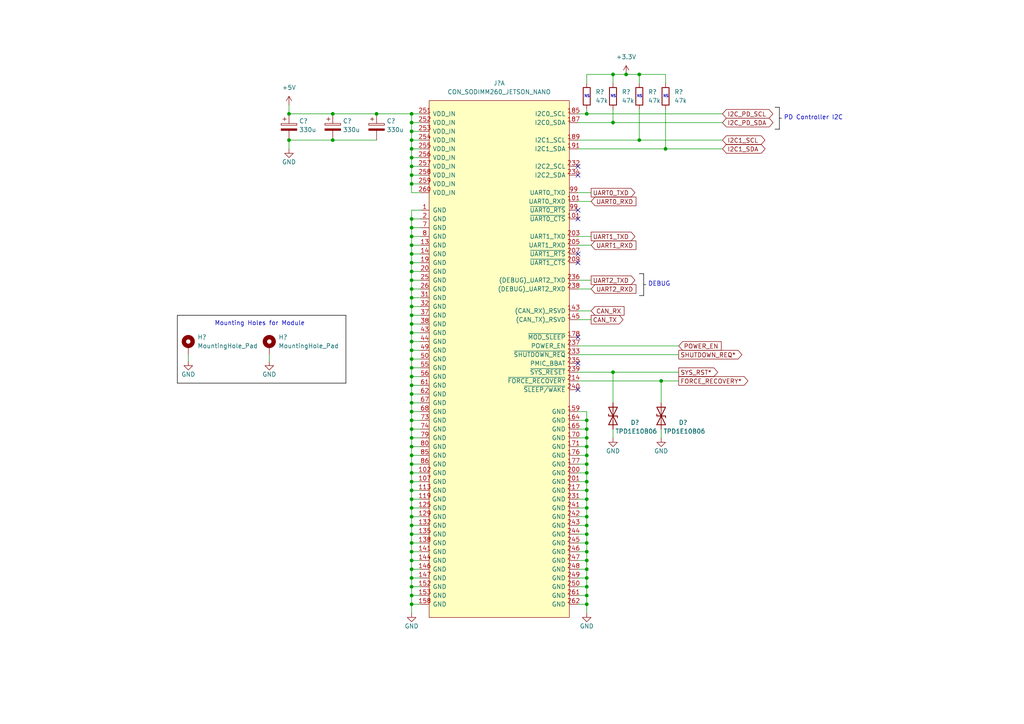
<source format=kicad_sch>
(kicad_sch (version 20211123) (generator eeschema)
  (paper "A4")
  (title_block (title "SODIMM Connector 1/3") (date "2022-09-18") (rev "1.0"))
  (lib_symbols
    (symbol "Device:C_Polarized" (pin_numbers hide) (pin_names (offset 0.254))
      (property "Reference" "C" (at 0.635 2.54 0))
      (property "Value" "C_Polarized" (at 0.635 -2.54 0))
      (symbol "C_Polarized_0_1"
        (rectangle (start -2.286 0.508) (end 2.286 1.016))
        (polyline (pts (xy -1.778 2.286) (xy -0.762 2.286)))
        (polyline (pts (xy -1.27 2.794) (xy -1.27 1.778)))
        (rectangle (start 2.286 -0.508) (end -2.286 -1.016) (fill (type outline)))
      )
      (symbol "C_Polarized_1_1"
        (pin passive line (at 0 3.81 270) (length 2.794) (name "~") (number "1"))
        (pin passive line (at 0 -3.81 90) (length 2.794) (name "~") (number "2"))
      )
    )
    (symbol "Device:D_TVS" (pin_numbers hide) (pin_names (offset 1.016) hide)
      (property "Reference" "D" (at 0 2.54 0))
      (property "Value" "D_TVS" (at 0 -2.54 0))
      (symbol "D_TVS_0_1"
        (polyline (pts (xy 1.27 0) (xy -1.27 0)))
        (polyline (pts (xy 0.508 1.27) (xy 0 1.27) (xy 0 -1.27) (xy -0.508 -1.27)) (stroke (width 0.254)))
        (polyline (pts (xy -2.54 1.27) (xy -2.54 -1.27) (xy 2.54 1.27) (xy 2.54 -1.27) (xy -2.54 1.27)) (stroke (width 0.254)))
      )
      (symbol "D_TVS_1_1"
        (pin passive line (at -3.81 0 0) (length 2.54) (name "A1") (number "1"))
        (pin passive line (at 3.81 0 180) (length 2.54) (name "A2") (number "2"))
      )
    )
    (symbol "Device:R" (pin_numbers hide) (pin_names (offset 0))
      (property "Reference" "R" (at 2.032 0 90))
      (property "Value" "R" (at 0 0 90))
      (symbol "R_0_1"
        (rectangle (start -1.016 -2.54) (end 1.016 2.54) (stroke (width 0.254)))
      )
      (symbol "R_1_1"
        (pin passive line (at 0 3.81 270) (length 1.27) (name "~") (number "1"))
        (pin passive line (at 0 -3.81 90) (length 1.27) (name "~") (number "2"))
      )
    )
    (symbol "Mechanical:MountingHole_Pad" (pin_numbers hide) (pin_names (offset 1.016) hide)
      (property "Reference" "H" (at 0 6.35 0))
      (property "Value" "MountingHole_Pad" (at 0 4.445 0))
      (symbol "MountingHole_Pad_0_1"
        (circle (center 0 1.27) (radius 1.27) (stroke (width 1.27)))
      )
      (symbol "MountingHole_Pad_1_1"
        (pin input line (at 0 -2.54 90) (length 2.54) (name "1") (number "1"))
      )
    )
    (symbol "SODIMM_Connector:CON_SODIMM260_JETSON_NANO" (pin_names (offset 1.016))
      (property "Reference" "J" (at 0 59.69 0))
      (property "Value" "CON_SODIMM260_JETSON_NANO" (at 0 55.88 0))
      (symbol "CON_SODIMM260_JETSON_NANO_1_1"
        (rectangle (start -20.32 73.66) (end 20.32 -76.2) (fill (type background)))
        (pin power_in line (at -22.86 41.91 0) (length 2.54) (name "GND") (number "1"))
        (pin input line (at 22.86 44.45 180) (length 2.54) (name "UART0_RXD") (number "101"))
        (pin input line (at 22.86 39.37 180) (length 2.54) (name "~{UART0_CTS}") (number "101"))
        (pin power_in line (at -22.86 -34.29 0) (length 2.54) (name "GND") (number "102"))
        (pin power_in line (at -22.86 -36.83 0) (length 2.54) (name "GND") (number "107"))
        (pin power_in line (at -22.86 -39.37 0) (length 2.54) (name "GND") (number "113"))
        (pin power_in line (at -22.86 -41.91 0) (length 2.54) (name "GND") (number "119"))
        (pin power_in line (at -22.86 -44.45 0) (length 2.54) (name "GND") (number "125"))
        (pin power_in line (at -22.86 -46.99 0) (length 2.54) (name "GND") (number "129"))
        (pin power_in line (at -22.86 31.75 0) (length 2.54) (name "GND") (number "13"))
        (pin power_in line (at -22.86 -49.53 0) (length 2.54) (name "GND") (number "132"))
        (pin power_in line (at -22.86 -52.07 0) (length 2.54) (name "GND") (number "135"))
        (pin power_in line (at -22.86 -54.61 0) (length 2.54) (name "GND") (number "138"))
        (pin power_in line (at -22.86 29.21 0) (length 2.54) (name "GND") (number "14"))
        (pin power_in line (at -22.86 -57.15 0) (length 2.54) (name "GND") (number "141"))
        (pin input line (at 22.86 12.7 180) (length 2.54) (name "(CAN_RX)_RSVD") (number "143"))
        (pin power_in line (at -22.86 -59.69 0) (length 2.54) (name "GND") (number "144"))
        (pin output line (at 22.86 10.16 180) (length 2.54) (name "(CAN_TX)_RSVD") (number "145"))
        (pin power_in line (at -22.86 -62.23 0) (length 2.54) (name "GND") (number "146"))
        (pin power_in line (at -22.86 -64.77 0) (length 2.54) (name "GND") (number "147"))
        (pin power_in line (at -22.86 -67.31 0) (length 2.54) (name "GND") (number "152"))
        (pin power_in line (at -22.86 -69.85 0) (length 2.54) (name "GND") (number "153"))
        (pin power_in line (at -22.86 -72.39 0) (length 2.54) (name "GND") (number "158"))
        (pin power_in line (at 22.86 -16.51 180) (length 2.54) (name "GND") (number "159"))
        (pin power_in line (at 22.86 -19.05 180) (length 2.54) (name "GND") (number "164"))
        (pin power_in line (at 22.86 -21.59 180) (length 2.54) (name "GND") (number "165"))
        (pin power_in line (at 22.86 -24.13 180) (length 2.54) (name "GND") (number "170"))
        (pin power_in line (at 22.86 -26.67 180) (length 2.54) (name "GND") (number "171"))
        (pin power_in line (at 22.86 -29.21 180) (length 2.54) (name "GND") (number "176"))
        (pin power_in line (at 22.86 -31.75 180) (length 2.54) (name "GND") (number "177"))
        (pin output line (at 22.86 5.08 180) (length 2.54) (name "~{MOD_SLEEP}") (number "178"))
        (pin bidirectional line (at 22.86 69.85 180) (length 2.54) (name "I2C0_SCL") (number "185"))
        (pin bidirectional line (at 22.86 67.31 180) (length 2.54) (name "I2C0_SDA") (number "187"))
        (pin bidirectional line (at 22.86 62.23 180) (length 2.54) (name "I2C1_SCL") (number "189"))
        (pin power_in line (at -22.86 26.67 0) (length 2.54) (name "GND") (number "19"))
        (pin bidirectional line (at 22.86 59.69 180) (length 2.54) (name "I2C1_SDA") (number "191"))
        (pin power_in line (at -22.86 39.37 0) (length 2.54) (name "GND") (number "2"))
        (pin power_in line (at -22.86 24.13 0) (length 2.54) (name "GND") (number "20"))
        (pin power_in line (at 22.86 -34.29 180) (length 2.54) (name "GND") (number "200"))
        (pin power_in line (at 22.86 -36.83 180) (length 2.54) (name "GND") (number "201"))
        (pin output line (at 22.86 34.29 180) (length 2.54) (name "UART1_TXD") (number "203"))
        (pin input line (at 22.86 31.75 180) (length 2.54) (name "UART1_RXD") (number "205"))
        (pin output line (at 22.86 29.21 180) (length 2.54) (name "~{UART1_RTS}") (number "207"))
        (pin input line (at 22.86 26.67 180) (length 2.54) (name "~{UART1_CTS}") (number "209"))
        (pin input line (at 22.86 -7.62 180) (length 2.54) (name "~{FORCE_RECOVERY}") (number "214"))
        (pin power_in line (at 22.86 -39.37 180) (length 2.54) (name "GND") (number "217"))
        (pin power_in line (at 22.86 -41.91 180) (length 2.54) (name "GND") (number "231"))
        (pin bidirectional line (at 22.86 54.61 180) (length 2.54) (name "I2C2_SCL") (number "232"))
        (pin output line (at 22.86 0 180) (length 2.54) (name "~{SHUTDOWN_REQ}") (number "233"))
        (pin bidirectional line (at 22.86 52.07 180) (length 2.54) (name "I2C2_SDA") (number "234"))
        (pin input line (at 22.86 -2.54 180) (length 2.54) (name "PMIC_BBAT") (number "235"))
        (pin output line (at 22.86 21.59 180) (length 2.54) (name "(DEBUG)_UART2_TXD") (number "236"))
        (pin input line (at 22.86 2.54 180) (length 2.54) (name "POWER_EN") (number "237"))
        (pin input line (at 22.86 19.05 180) (length 2.54) (name "(DEBUG)_UART2_RXD") (number "238"))
        (pin bidirectional line (at 22.86 -5.08 180) (length 2.54) (name "~{SYS_RESET}") (number "239"))
        (pin input line (at 22.86 -10.16 180) (length 2.54) (name "~{SLEEP/WAKE}") (number "240"))
        (pin power_in line (at 22.86 -44.45 180) (length 2.54) (name "GND") (number "241"))
        (pin power_in line (at 22.86 -46.99 180) (length 2.54) (name "GND") (number "242"))
        (pin power_in line (at 22.86 -49.53 180) (length 2.54) (name "GND") (number "243"))
        (pin power_in line (at 22.86 -52.07 180) (length 2.54) (name "GND") (number "244"))
        (pin power_in line (at 22.86 -54.61 180) (length 2.54) (name "GND") (number "245"))
        (pin power_in line (at 22.86 -57.15 180) (length 2.54) (name "GND") (number "246"))
        (pin power_in line (at 22.86 -59.69 180) (length 2.54) (name "GND") (number "247"))
        (pin power_in line (at 22.86 -62.23 180) (length 2.54) (name "GND") (number "248"))
        (pin power_in line (at 22.86 -64.77 180) (length 2.54) (name "GND") (number "249"))
        (pin power_in line (at -22.86 21.59 0) (length 2.54) (name "GND") (number "25"))
        (pin power_in line (at 22.86 -67.31 180) (length 2.54) (name "GND") (number "250"))
        (pin power_in line (at -22.86 69.85 0) (length 2.54) (name "VDD_IN") (number "251"))
        (pin power_in line (at -22.86 67.31 0) (length 2.54) (name "VDD_IN") (number "252"))
        (pin power_in line (at -22.86 64.77 0) (length 2.54) (name "VDD_IN") (number "253"))
        (pin power_in line (at -22.86 62.23 0) (length 2.54) (name "VDD_IN") (number "254"))
        (pin power_in line (at -22.86 59.69 0) (length 2.54) (name "VDD_IN") (number "255"))
        (pin power_in line (at -22.86 57.15 0) (length 2.54) (name "VDD_IN") (number "256"))
        (pin power_in line (at -22.86 54.61 0) (length 2.54) (name "VDD_IN") (number "257"))
        (pin power_in line (at -22.86 52.07 0) (length 2.54) (name "VDD_IN") (number "258"))
        (pin power_in line (at -22.86 49.53 0) (length 2.54) (name "VDD_IN") (number "259"))
        (pin power_in line (at -22.86 19.05 0) (length 2.54) (name "GND") (number "26"))
        (pin power_in line (at -22.86 46.99 0) (length 2.54) (name "VDD_IN") (number "260"))
        (pin power_in line (at 22.86 -69.85 180) (length 2.54) (name "GND") (number "261"))
        (pin power_in line (at 22.86 -72.39 180) (length 2.54) (name "GND") (number "262"))
        (pin power_in line (at -22.86 16.51 0) (length 2.54) (name "GND") (number "31"))
        (pin power_in line (at -22.86 13.97 0) (length 2.54) (name "GND") (number "32"))
        (pin power_in line (at -22.86 11.43 0) (length 2.54) (name "GND") (number "37"))
        (pin power_in line (at -22.86 8.89 0) (length 2.54) (name "GND") (number "38"))
        (pin power_in line (at -22.86 6.35 0) (length 2.54) (name "GND") (number "43"))
        (pin power_in line (at -22.86 3.81 0) (length 2.54) (name "GND") (number "44"))
        (pin power_in line (at -22.86 1.27 0) (length 2.54) (name "GND") (number "49"))
        (pin power_in line (at -22.86 -1.27 0) (length 2.54) (name "GND") (number "50"))
        (pin power_in line (at -22.86 -3.81 0) (length 2.54) (name "GND") (number "55"))
        (pin power_in line (at -22.86 -6.35 0) (length 2.54) (name "GND") (number "56"))
        (pin power_in line (at -22.86 -8.89 0) (length 2.54) (name "GND") (number "61"))
        (pin power_in line (at -22.86 -11.43 0) (length 2.54) (name "GND") (number "62"))
        (pin power_in line (at -22.86 -13.97 0) (length 2.54) (name "GND") (number "67"))
        (pin power_in line (at -22.86 -16.51 0) (length 2.54) (name "GND") (number "68"))
        (pin power_in line (at -22.86 36.83 0) (length 2.54) (name "GND") (number "7"))
        (pin power_in line (at -22.86 -19.05 0) (length 2.54) (name "GND") (number "73"))
        (pin power_in line (at -22.86 -21.59 0) (length 2.54) (name "GND") (number "74"))
        (pin power_in line (at -22.86 -24.13 0) (length 2.54) (name "GND") (number "79"))
        (pin power_in line (at -22.86 34.29 0) (length 2.54) (name "GND") (number "8"))
        (pin power_in line (at -22.86 -26.67 0) (length 2.54) (name "GND") (number "80"))
        (pin power_in line (at -22.86 -29.21 0) (length 2.54) (name "GND") (number "85"))
        (pin power_in line (at -22.86 -31.75 0) (length 2.54) (name "GND") (number "86"))
        (pin output line (at 22.86 46.99 180) (length 2.54) (name "UART0_TXD") (number "99"))
        (pin output line (at 22.86 41.91 180) (length 2.54) (name "~{UART0_RTS}") (number "99"))
      )
      (symbol "CON_SODIMM260_JETSON_NANO_2_1"
        (rectangle (start -24.13 71.12) (end 24.13 -71.12))
        (pin bidirectional line (at 26.67 54.61 180) (length 2.54) (name "~{CSI0_CLK}") (number "10"))
        (pin bidirectional line (at 26.67 -62.23 180) (length 2.54) (name "SPI1_MOSI") (number "104"))
        (pin bidirectional line (at 26.67 -57.15 180) (length 2.54) (name "SPI1_SCK") (number "106"))
        (pin bidirectional line (at 26.67 -59.69 180) (length 2.54) (name "SPI1_MISO") (number "108"))
        (pin bidirectional line (at -26.67 64.77 0) (length 2.54) (name "~{USB0_D}") (number "109"))
        (pin bidirectional line (at 26.67 40.64 180) (length 2.54) (name "CSI1_CLK(RSVD)") (number "11"))
        (pin bidirectional line (at 26.67 -64.77 180) (length 2.54) (name "~{SPI1_CS0}") (number "110"))
        (pin bidirectional line (at -26.67 67.31 0) (length 2.54) (name "USB0_D") (number "111"))
        (pin bidirectional line (at 26.67 -67.31 180) (length 2.54) (name "~{SPI1_CS1}") (number "112"))
        (pin bidirectional line (at 26.67 -27.94 180) (length 2.54) (name "CAM0_PWDN") (number "114"))
        (pin bidirectional line (at -26.67 58.42 0) (length 2.54) (name "~{USB1_D}") (number "115"))
        (pin bidirectional line (at 26.67 -25.4 180) (length 2.54) (name "CAM0_MCLK") (number "116"))
        (pin bidirectional line (at -26.67 60.96 0) (length 2.54) (name "USB1_D") (number "117"))
        (pin output line (at -26.67 -34.29 0) (length 2.54) (name "GPIO01(CLK)") (number "118"))
        (pin bidirectional line (at 26.67 57.15 180) (length 2.54) (name "CSI0_CLK") (number "12"))
        (pin bidirectional line (at 26.67 -33.02 180) (length 2.54) (name "CAM1_PWDN") (number "120"))
        (pin bidirectional line (at -26.67 52.07 0) (length 2.54) (name "~{USB2_D}") (number "121"))
        (pin bidirectional line (at 26.67 -30.48 180) (length 2.54) (name "CAM1_MCLK") (number "122"))
        (pin bidirectional line (at -26.67 54.61 0) (length 2.54) (name "USB2_D") (number "123"))
        (pin bidirectional line (at -26.67 -36.83 0) (length 2.54) (name "GPIO02") (number "124"))
        (pin bidirectional line (at -26.67 -39.37 0) (length 2.54) (name "GPIO03") (number "126"))
        (pin bidirectional line (at -26.67 -41.91 0) (length 2.54) (name "GPIO04") (number "127"))
        (pin bidirectional line (at -26.67 -44.45 0) (length 2.54) (name "GPIO05") (number "128"))
        (pin bidirectional line (at -26.67 -46.99 0) (length 2.54) (name "GPIO06") (number "130"))
        (pin bidirectional line (at 26.67 43.18 180) (length 2.54) (name "~{CSI1_D1}") (number "15"))
        (pin bidirectional line (at 26.67 59.69 180) (length 2.54) (name "~{CSI0_D1}") (number "16"))
        (pin bidirectional line (at 26.67 45.72 180) (length 2.54) (name "CSI1_D1") (number "17"))
        (pin bidirectional line (at 26.67 62.23 180) (length 2.54) (name "CSI0_D1") (number "18"))
        (pin bidirectional line (at -26.67 16.51 0) (length 2.54) (name "~{GBE_MDI0}") (number "184"))
        (pin bidirectional line (at -26.67 19.05 0) (length 2.54) (name "GBE_MDI0") (number "186"))
        (pin output line (at -26.67 24.13 0) (length 2.54) (name "GBE_LED_LINK") (number "188"))
        (pin bidirectional line (at -26.67 11.43 0) (length 2.54) (name "~{GBE_MDI1}") (number "190"))
        (pin bidirectional line (at -26.67 13.97 0) (length 2.54) (name "GBE_MDI1") (number "192"))
        (pin output line (at -26.67 48.26 0) (length 2.54) (name "I2S0_DOUT") (number "193"))
        (pin output line (at -26.67 21.59 0) (length 2.54) (name "GBE_LED_ACT") (number "194"))
        (pin input line (at -26.67 45.72 0) (length 2.54) (name "I2S0_DIN") (number "195"))
        (pin bidirectional line (at -26.67 6.35 0) (length 2.54) (name "~{GBE_MDI2}") (number "196"))
        (pin bidirectional line (at -26.67 43.18 0) (length 2.54) (name "I2S0_FS") (number "197"))
        (pin bidirectional line (at -26.67 8.89 0) (length 2.54) (name "GBE_MDI2") (number "198"))
        (pin bidirectional line (at -26.67 40.64 0) (length 2.54) (name "I2S0_SCLK") (number "199"))
        (pin bidirectional line (at -26.67 1.27 0) (length 2.54) (name "~{GBE_MDI3}") (number "202"))
        (pin bidirectional line (at -26.67 3.81 0) (length 2.54) (name "GBE_MDI3") (number "204"))
        (pin bidirectional line (at -26.67 -49.53 0) (length 2.54) (name "GPIO07(PWM)") (number "206"))
        (pin bidirectional line (at -26.67 -52.07 0) (length 2.54) (name "GPIO08(SDMMC_CD)") (number "208"))
        (pin bidirectional line (at 26.67 15.24 180) (length 2.54) (name "~{CSI3_D0}") (number "21"))
        (pin bidirectional line (at -26.67 -54.61 0) (length 2.54) (name "GPIO09(AUD_MCLK)") (number "211"))
        (pin bidirectional line (at -26.67 -57.15 0) (length 2.54) (name "GPIO10") (number "212"))
        (pin bidirectional line (at 26.67 -36.83 180) (length 2.54) (name "CAM_I2C_SCL") (number "213"))
        (pin bidirectional line (at 26.67 -39.37 180) (length 2.54) (name "CAM_I2C_SDA") (number "215"))
        (pin bidirectional line (at -26.67 -59.69 0) (length 2.54) (name "GPIO11(CLK)") (number "216"))
        (pin bidirectional line (at -26.67 -62.23 0) (length 2.54) (name "GPIO12") (number "218"))
        (pin bidirectional line (at -26.67 -3.81 0) (length 2.54) (name "SDMMC_DAT0") (number "219"))
        (pin bidirectional line (at 26.67 31.75 180) (length 2.54) (name "~{CSI2_D0}") (number "22"))
        (pin output line (at -26.67 36.83 0) (length 2.54) (name "I2S1_DOUT") (number "220"))
        (pin bidirectional line (at -26.67 -6.35 0) (length 2.54) (name "SDMMC_DAT1") (number "221"))
        (pin input line (at -26.67 34.29 0) (length 2.54) (name "I2S1_DIN") (number "222"))
        (pin bidirectional line (at -26.67 -8.89 0) (length 2.54) (name "SDMMC_DAT2") (number "223"))
        (pin bidirectional line (at -26.67 31.75 0) (length 2.54) (name "I2S1_FS") (number "224"))
        (pin bidirectional line (at -26.67 -11.43 0) (length 2.54) (name "SDMMC_DAT3") (number "225"))
        (pin bidirectional line (at -26.67 29.21 0) (length 2.54) (name "I2S1_SCLK") (number "226"))
        (pin bidirectional line (at -26.67 -13.97 0) (length 2.54) (name "SDMMC_CMD") (number "227"))
        (pin bidirectional line (at -26.67 -64.77 0) (length 2.54) (name "GPIO13(PWM)") (number "228"))
        (pin bidirectional line (at -26.67 -16.51 0) (length 2.54) (name "SDMMC_CLK") (number "229"))
        (pin bidirectional line (at 26.67 17.78 180) (length 2.54) (name "CSI3_D0") (number "23"))
        (pin bidirectional line (at -26.67 -67.31 0) (length 2.54) (name "GPIO14(PWM)") (number "230"))
        (pin bidirectional line (at 26.67 34.29 180) (length 2.54) (name "CSI2_D0") (number "24"))
        (pin bidirectional line (at 26.67 5.08 180) (length 2.54) (name "~{CSI3_CLK}") (number "27"))
        (pin bidirectional line (at 26.67 21.59 180) (length 2.54) (name "~{CSI2_CLK}") (number "28"))
        (pin bidirectional line (at 26.67 7.62 180) (length 2.54) (name "CSI3_CLK") (number "29"))
        (pin bidirectional line (at 26.67 48.26 180) (length 2.54) (name "~{CSI1_D0}") (number "3"))
        (pin bidirectional line (at 26.67 24.13 180) (length 2.54) (name "CSI2_CLK") (number "30"))
        (pin bidirectional line (at 26.67 10.16 180) (length 2.54) (name "~{CSI3_D1}") (number "33"))
        (pin bidirectional line (at 26.67 26.67 180) (length 2.54) (name "~{CSI2_D1}") (number "34"))
        (pin bidirectional line (at 26.67 12.7 180) (length 2.54) (name "CSI3_D1") (number "35"))
        (pin bidirectional line (at 26.67 29.21 180) (length 2.54) (name "CSI2_D1") (number "36"))
        (pin bidirectional line (at 26.67 64.77 180) (length 2.54) (name "~{CSI0_D0}") (number "4"))
        (pin bidirectional line (at 26.67 -1.27 180) (length 2.54) (name "~{CSI4_D2}") (number "40"))
        (pin bidirectional line (at 26.67 1.27 180) (length 2.54) (name "CSI4_D2") (number "42"))
        (pin bidirectional line (at 26.67 -6.35 180) (length 2.54) (name "~{CSI4_D0}") (number "46"))
        (pin bidirectional line (at 26.67 -3.81 180) (length 2.54) (name "CSI4_D0") (number "48"))
        (pin bidirectional line (at 26.67 50.8 180) (length 2.54) (name "CSI1_D0") (number "5"))
        (pin bidirectional line (at 26.67 -11.43 180) (length 2.54) (name "~{CSI4_CLK}") (number "52"))
        (pin bidirectional line (at 26.67 -8.89 180) (length 2.54) (name "CSI4_CLK") (number "54"))
        (pin bidirectional line (at 26.67 -16.51 180) (length 2.54) (name "~{CSI4_D1}") (number "58"))
        (pin bidirectional line (at 26.67 67.31 180) (length 2.54) (name "CSI0_D0") (number "6"))
        (pin bidirectional line (at 26.67 -13.97 180) (length 2.54) (name "CSI4_D1") (number "60"))
        (pin bidirectional line (at 26.67 -21.59 180) (length 2.54) (name "~{CSI4_D3}") (number "64"))
        (pin bidirectional line (at 26.67 -19.05 180) (length 2.54) (name "CSI4_D3") (number "66"))
        (pin output line (at -26.67 -31.75 0) (length 2.54) (name "GPIO00(USB_VBUS_EN0)") (number "87"))
        (pin bidirectional line (at 26.67 -48.26 180) (length 2.54) (name "SPI0_MOSI") (number "89"))
        (pin bidirectional line (at 26.67 38.1 180) (length 2.54) (name "~{CSI1_CLK(RSVD})") (number "9"))
        (pin bidirectional line (at 26.67 -43.18 180) (length 2.54) (name "SPI0_SCK") (number "91"))
        (pin bidirectional line (at 26.67 -45.72 180) (length 2.54) (name "SPI0_MISO") (number "93"))
        (pin bidirectional line (at 26.67 -50.8 180) (length 2.54) (name "~{SPI0_CS0}") (number "95"))
        (pin bidirectional line (at 26.67 -53.34 180) (length 2.54) (name "~{SPI0_CS1}") (number "97"))
      )
      (symbol "CON_SODIMM260_JETSON_NANO_3_1"
        (rectangle (start -31.75 53.34) (end 31.75 -52.07))
        (pin bidirectional line (at -34.29 -21.59 0) (length 2.54) (name "DP1_AUX_P(HDMI_DDC_SCL)") (number "100"))
        (pin bidirectional line (at 34.29 22.86 180) (length 2.54) (name "~{PCIE0_RX0}") (number "131"))
        (pin bidirectional line (at 34.29 25.4 180) (length 2.54) (name "PCIE0_RX0") (number "133"))
        (pin bidirectional line (at 34.29 27.94 180) (length 2.54) (name "~{PCIE0_TX0}") (number "134"))
        (pin bidirectional line (at 34.29 30.48 180) (length 2.54) (name "PCIE0_TX0") (number "136"))
        (pin bidirectional line (at 34.29 11.43 180) (length 2.54) (name "~{PCIE0_RX1}") (number "137"))
        (pin bidirectional line (at 34.29 13.97 180) (length 2.54) (name "PCIE0_RX1") (number "139"))
        (pin bidirectional line (at 34.29 16.51 180) (length 2.54) (name "~{PCIE0_TX1}") (number "140"))
        (pin bidirectional line (at 34.29 19.05 180) (length 2.54) (name "PCIE0_TX1") (number "142"))
        (pin bidirectional line (at 34.29 5.08 180) (length 2.54) (name "~{PCIE0_TX2}") (number "148"))
        (pin bidirectional line (at 34.29 0 180) (length 2.54) (name "~{PCIE0_RX2}") (number "149"))
        (pin bidirectional line (at 34.29 7.62 180) (length 2.54) (name "PCIE0_TX2") (number "150"))
        (pin bidirectional line (at 34.29 2.54 180) (length 2.54) (name "PCIE0_RX2") (number "151"))
        (pin bidirectional line (at 34.29 -6.35 180) (length 2.54) (name "~{PCIE0_TX3}") (number "154"))
        (pin bidirectional line (at 34.29 -11.43 180) (length 2.54) (name "~{PCIE0_RX3}") (number "155"))
        (pin bidirectional line (at 34.29 -3.81 180) (length 2.54) (name "PCIE0_TX3") (number "156"))
        (pin bidirectional line (at 34.29 -8.89 180) (length 2.54) (name "PCIE0_RX3") (number "157"))
        (pin bidirectional line (at 34.29 34.29 180) (length 2.54) (name "~{PCIE0_CLK}") (number "160"))
        (pin bidirectional line (at 34.29 -22.86 180) (length 2.54) (name "~{USBSS_RX}") (number "161"))
        (pin bidirectional line (at 34.29 36.83 180) (length 2.54) (name "PCIE0_CLK") (number "162"))
        (pin bidirectional line (at 34.29 -20.32 180) (length 2.54) (name "USBSS_RX") (number "163"))
        (pin bidirectional line (at 34.29 -17.78 180) (length 2.54) (name "~{USBSS_TX}") (number "166"))
        (pin bidirectional line (at 34.29 -48.26 180) (length 2.54) (name "~{(PCIE1_TX0})RSVD") (number "167"))
        (pin bidirectional line (at 34.29 -15.24 180) (length 2.54) (name "USBSS_TX") (number "168"))
        (pin bidirectional line (at 34.29 -45.72 180) (length 2.54) (name "(PCIE1_RX0)RSVD") (number "169"))
        (pin bidirectional line (at 34.29 -43.18 180) (length 2.54) (name "~{(PCIE1_TX0})RSVD") (number "172"))
        (pin bidirectional line (at 34.29 -36.83 180) (length 2.54) (name "~{(PCIE1_CLK})RSVD") (number "173"))
        (pin bidirectional line (at 34.29 -40.64 180) (length 2.54) (name "(PCIE1_TX0)RSVD") (number "174"))
        (pin bidirectional line (at 34.29 -34.29 180) (length 2.54) (name "(PCIE1_CLK)RSVD") (number "175"))
        (pin bidirectional line (at 34.29 48.26 180) (length 2.54) (name "~{PCIE_WAKE}") (number "179"))
        (pin bidirectional line (at 34.29 40.64 180) (length 2.54) (name "~{PCIE0_CLKREQ}") (number "180"))
        (pin bidirectional line (at 34.29 44.45 180) (length 2.54) (name "~{PCIE0_RST}") (number "181"))
        (pin bidirectional line (at 34.29 -30.48 180) (length 2.54) (name "~{(PCIE1_CLKREQ})RSVD") (number "182"))
        (pin bidirectional line (at 34.29 -26.67 180) (length 2.54) (name "~{(PCIE1_RST})RSVD") (number "183"))
        (pin bidirectional line (at -34.29 -48.26 0) (length 2.54) (name "CLK_32K_OUT") (number "210"))
        (pin bidirectional line (at -34.29 29.21 0) (length 2.54) (name "~{DP0_TXD0}") (number "39"))
        (pin bidirectional line (at -34.29 31.75 0) (length 2.54) (name "DP0_TXD0") (number "41"))
        (pin bidirectional line (at -34.29 24.13 0) (length 2.54) (name "~{DP0_TXD1}") (number "45"))
        (pin bidirectional line (at -34.29 26.67 0) (length 2.54) (name "DP0_TXD1") (number "47"))
        (pin bidirectional line (at -34.29 19.05 0) (length 2.54) (name "~{DP0_TXD2}") (number "51"))
        (pin bidirectional line (at -34.29 21.59 0) (length 2.54) (name "DP0_TXD2") (number "53"))
        (pin bidirectional line (at -34.29 13.97 0) (length 2.54) (name "~{DP0_TXD3}") (number "57"))
        (pin bidirectional line (at -34.29 16.51 0) (length 2.54) (name "DP0_TXD3") (number "59"))
        (pin bidirectional line (at -34.29 -2.54 0) (length 2.54) (name "~{DP1_TXD0(HDMI_TXD2})") (number "63"))
        (pin bidirectional line (at -34.29 0 0) (length 2.54) (name "DP1_TXD0(HDMI_TXD2)") (number "65"))
        (pin bidirectional line (at -34.29 -7.62 0) (length 2.54) (name "~{DP1_TXD1(HDMI_TXD1})") (number "69"))
        (pin bidirectional line (at -34.29 46.99 0) (length 2.54) (name "~{DSI_D0}") (number "70"))
        (pin bidirectional line (at -34.29 -5.08 0) (length 2.54) (name "DP1_TXD1(HDMI_TXD1)") (number "71"))
        (pin bidirectional line (at -34.29 49.53 0) (length 2.54) (name "DSI_D0") (number "72"))
        (pin bidirectional line (at -34.29 -12.7 0) (length 2.54) (name "~{DP1_TXD2(HDMI_TXD0})") (number "75"))
        (pin bidirectional line (at -34.29 36.83 0) (length 2.54) (name "~{DSI_CLK}") (number "76"))
        (pin bidirectional line (at -34.29 -10.16 0) (length 2.54) (name "DP1_TXD2(HDMI_TXD0)") (number "77"))
        (pin bidirectional line (at -34.29 39.37 0) (length 2.54) (name "DSI_CLK") (number "78"))
        (pin bidirectional line (at -34.29 -17.78 0) (length 2.54) (name "~{DP1_TXD3(HDMI_TXC})") (number "81"))
        (pin bidirectional line (at -34.29 41.91 0) (length 2.54) (name "~{DSI_D1}") (number "82"))
        (pin bidirectional line (at -34.29 -15.24 0) (length 2.54) (name "DP1_TXD3(HDMI_TXC)") (number "83"))
        (pin bidirectional line (at -34.29 44.45 0) (length 2.54) (name "DSI_D1") (number "84"))
        (pin bidirectional line (at -34.29 3.81 0) (length 2.54) (name "DP0_HPD") (number "88"))
        (pin bidirectional line (at -34.29 7.62 0) (length 2.54) (name "~{DP0_AUX}") (number "90"))
        (pin bidirectional line (at -34.29 10.16 0) (length 2.54) (name "DP0_AUX") (number "92"))
        (pin bidirectional line (at -34.29 -30.48 0) (length 2.54) (name "HDMI_CEC") (number "94"))
        (pin bidirectional line (at -34.29 -27.94 0) (length 2.54) (name "DP1_HPD(HDMI_HPD)") (number "96"))
        (pin bidirectional line (at -34.29 -24.13 0) (length 2.54) (name "~{DP1_AUX_N(HDMI_DDC_SDA})") (number "98"))
      )
    )
    (symbol "power:+3.3V" (power) (pin_names (offset 0))
      (property "Value" "+3.3V" (at 0 3.556 0))
      (symbol "+3.3V_0_1"
        (polyline (pts (xy -0.762 1.27) (xy 0 2.54)))
        (polyline (pts (xy 0 0) (xy 0 2.54)))
        (polyline (pts (xy 0 2.54) (xy 0.762 1.27)))
      )
      (symbol "+3.3V_1_1"
        (pin power_in line (at 0 0 90) (length 0) hide (name "+3.3V") (number "1"))
      )
    )
    (symbol "power:+5V" (power) (pin_names (offset 0))
      (property "Value" "+5V" (at 0 3.556 0))
      (symbol "+5V_0_1"
        (polyline (pts (xy -0.762 1.27) (xy 0 2.54)))
        (polyline (pts (xy 0 0) (xy 0 2.54)))
        (polyline (pts (xy 0 2.54) (xy 0.762 1.27)))
      )
      (symbol "+5V_1_1"
        (pin power_in line (at 0 0 90) (length 0) hide (name "+5V") (number "1"))
      )
    )
    (symbol "power:GND" (power) (pin_names (offset 0))
      (property "Value" "GND" (at 0 -3.81 0))
      (symbol "GND_0_1"
        (polyline (pts (xy 0 0) (xy 0 -1.27) (xy 1.27 -1.27) (xy 0 -2.54) (xy -1.27 -1.27) (xy 0 -1.27)))
      )
      (symbol "GND_1_1"
        (pin power_in line (at 0 0 270) (length 0) hide (name "GND") (number "1"))
      )
    )
  )
  (junction (at 119.38 99.06))
  (junction (at 119.38 48.26))
  (junction (at 119.38 68.58))
  (junction (at 170.18 139.7))
  (junction (at 119.38 147.32))
  (junction (at 119.38 81.28))
  (junction (at 170.18 149.86))
  (junction (at 170.18 154.94))
  (junction (at 119.38 139.7))
  (junction (at 191.77 110.49))
  (junction (at 119.38 33.02))
  (junction (at 83.82 40.64))
  (junction (at 119.38 96.52))
  (junction (at 177.8 35.56))
  (junction (at 119.38 93.98))
  (junction (at 119.38 91.44))
  (junction (at 170.18 162.56))
  (junction (at 119.38 76.2))
  (junction (at 119.38 134.62))
  (junction (at 119.38 104.14))
  (junction (at 119.38 50.8))
  (junction (at 83.82 33.02))
  (junction (at 170.18 170.18))
  (junction (at 177.8 107.95))
  (junction (at 119.38 71.12))
  (junction (at 170.18 175.26))
  (junction (at 119.38 45.72))
  (junction (at 170.18 132.08))
  (junction (at 193.04 43.18))
  (junction (at 119.38 63.5))
  (junction (at 119.38 83.82))
  (junction (at 119.38 35.56))
  (junction (at 119.38 165.1))
  (junction (at 119.38 144.78))
  (junction (at 177.8 21.59))
  (junction (at 119.38 172.72))
  (junction (at 119.38 119.38))
  (junction (at 185.42 40.64))
  (junction (at 119.38 78.74))
  (junction (at 119.38 111.76))
  (junction (at 96.52 33.02))
  (junction (at 170.18 142.24))
  (junction (at 109.22 33.02))
  (junction (at 170.18 134.62))
  (junction (at 119.38 157.48))
  (junction (at 170.18 167.64))
  (junction (at 119.38 40.64))
  (junction (at 170.18 165.1))
  (junction (at 170.18 160.02))
  (junction (at 119.38 88.9))
  (junction (at 119.38 38.1))
  (junction (at 119.38 175.26))
  (junction (at 119.38 101.6))
  (junction (at 170.18 144.78))
  (junction (at 96.52 40.64))
  (junction (at 119.38 53.34))
  (junction (at 119.38 162.56))
  (junction (at 170.18 157.48))
  (junction (at 119.38 137.16))
  (junction (at 170.18 147.32))
  (junction (at 119.38 170.18))
  (junction (at 119.38 142.24))
  (junction (at 170.18 121.92))
  (junction (at 119.38 152.4))
  (junction (at 170.18 127))
  (junction (at 170.18 124.46))
  (junction (at 119.38 86.36))
  (junction (at 119.38 73.66))
  (junction (at 119.38 66.04))
  (junction (at 119.38 121.92))
  (junction (at 119.38 149.86))
  (junction (at 181.61 21.59))
  (junction (at 119.38 109.22))
  (junction (at 119.38 43.18))
  (junction (at 119.38 132.08))
  (junction (at 119.38 160.02))
  (junction (at 119.38 167.64))
  (junction (at 119.38 116.84))
  (junction (at 170.18 172.72))
  (junction (at 119.38 106.68))
  (junction (at 170.18 152.4))
  (junction (at 185.42 21.59))
  (junction (at 170.18 33.02))
  (junction (at 170.18 137.16))
  (junction (at 119.38 129.54))
  (junction (at 119.38 114.3))
  (junction (at 119.38 124.46))
  (junction (at 119.38 154.94))
  (junction (at 119.38 127))
  (junction (at 170.18 129.54))
  (no_connect (at 167.64 105.41))
  (no_connect (at 167.64 97.79))
  (no_connect (at 167.64 76.2))
  (no_connect (at 167.64 73.66))
  (no_connect (at 167.64 63.5))
  (no_connect (at 167.64 60.96))
  (no_connect (at 167.64 48.26))
  (no_connect (at 167.64 50.8))
  (no_connect (at 167.64 113.03))
  (wire (pts (xy 119.38 124.46) (xy 119.38 127)))
  (wire (pts (xy 167.64 81.28) (xy 171.45 81.28)))
  (wire (pts (xy 167.64 92.71) (xy 171.45 92.71)))
  (wire (pts (xy 121.92 60.96) (xy 119.38 60.96)))
  (wire (pts (xy 170.18 132.08) (xy 170.18 134.62)))
  (wire (pts (xy 170.18 177.8) (xy 170.18 175.26)))
  (wire (pts (xy 119.38 96.52) (xy 121.92 96.52)))
  (wire (pts (xy 121.92 172.72) (xy 119.38 172.72)))
  (wire (pts (xy 119.38 48.26) (xy 119.38 50.8)))
  (polyline (pts (xy 224.79 37.465) (xy 226.06 37.465)) (stroke (width 0) (type solid) (color 0 0 0 1)))
  (wire (pts (xy 119.38 53.34) (xy 119.38 55.88)))
  (wire (pts (xy 119.38 81.28) (xy 121.92 81.28)))
  (wire (pts (xy 119.38 137.16) (xy 119.38 139.7)))
  (polyline (pts (xy 226.06 37.465) (xy 226.06 31.115)) (stroke (width 0) (type solid) (color 0 0 0 1)))
  (wire (pts (xy 119.38 93.98) (xy 121.92 93.98)))
  (wire (pts (xy 191.77 110.49) (xy 191.77 116.84)))
  (wire (pts (xy 119.38 152.4) (xy 119.38 154.94)))
  (wire (pts (xy 177.8 107.95) (xy 196.85 107.95)))
  (wire (pts (xy 119.38 86.36) (xy 121.92 86.36)))
  (wire (pts (xy 119.38 78.74) (xy 121.92 78.74)))
  (wire (pts (xy 185.42 21.59) (xy 193.04 21.59)))
  (wire (pts (xy 167.64 154.94) (xy 170.18 154.94)))
  (wire (pts (xy 167.64 83.82) (xy 171.45 83.82)))
  (wire (pts (xy 119.38 116.84) (xy 119.38 119.38)))
  (wire (pts (xy 119.38 101.6) (xy 119.38 104.14)))
  (wire (pts (xy 170.18 157.48) (xy 170.18 160.02)))
  (wire (pts (xy 119.38 121.92) (xy 119.38 124.46)))
  (wire (pts (xy 119.38 71.12) (xy 121.92 71.12)))
  (wire (pts (xy 119.38 147.32) (xy 119.38 149.86)))
  (wire (pts (xy 170.18 134.62) (xy 170.18 137.16)))
  (wire (pts (xy 119.38 91.44) (xy 119.38 93.98)))
  (polyline (pts (xy 51.435 91.44) (xy 100.33 91.44)) (stroke (width 0) (type solid) (color 0 0 0 1)))
  (wire (pts (xy 119.38 76.2) (xy 121.92 76.2)))
  (wire (pts (xy 170.18 149.86) (xy 170.18 152.4)))
  (wire (pts (xy 167.64 142.24) (xy 170.18 142.24)))
  (wire (pts (xy 170.18 129.54) (xy 170.18 132.08)))
  (wire (pts (xy 170.18 21.59) (xy 170.18 24.13)))
  (wire (pts (xy 83.82 40.64) (xy 83.82 43.18)))
  (wire (pts (xy 167.64 55.88) (xy 171.45 55.88)))
  (wire (pts (xy 119.38 45.72) (xy 121.92 45.72)))
  (wire (pts (xy 119.38 38.1) (xy 119.38 40.64)))
  (wire (pts (xy 119.38 124.46) (xy 121.92 124.46)))
  (wire (pts (xy 119.38 119.38) (xy 119.38 121.92)))
  (wire (pts (xy 170.18 139.7) (xy 170.18 142.24)))
  (wire (pts (xy 170.18 121.92) (xy 170.18 124.46)))
  (wire (pts (xy 170.18 127) (xy 170.18 129.54)))
  (wire (pts (xy 119.38 96.52) (xy 119.38 99.06)))
  (wire (pts (xy 119.38 35.56) (xy 119.38 38.1)))
  (wire (pts (xy 170.18 172.72) (xy 170.18 175.26)))
  (wire (pts (xy 119.38 154.94) (xy 121.92 154.94)))
  (wire (pts (xy 119.38 134.62) (xy 121.92 134.62)))
  (wire (pts (xy 167.64 121.92) (xy 170.18 121.92)))
  (wire (pts (xy 119.38 43.18) (xy 119.38 45.72)))
  (wire (pts (xy 167.64 40.64) (xy 185.42 40.64)))
  (wire (pts (xy 119.38 40.64) (xy 119.38 43.18)))
  (wire (pts (xy 119.38 99.06) (xy 119.38 101.6)))
  (wire (pts (xy 119.38 83.82) (xy 121.92 83.82)))
  (wire (pts (xy 119.38 106.68) (xy 121.92 106.68)))
  (wire (pts (xy 119.38 35.56) (xy 121.92 35.56)))
  (wire (pts (xy 119.38 132.08) (xy 121.92 132.08)))
  (wire (pts (xy 170.18 175.26) (xy 167.64 175.26)))
  (wire (pts (xy 119.38 157.48) (xy 121.92 157.48)))
  (wire (pts (xy 119.38 45.72) (xy 119.38 48.26)))
  (wire (pts (xy 181.61 21.59) (xy 185.42 21.59)))
  (wire (pts (xy 119.38 144.78) (xy 119.38 147.32)))
  (wire (pts (xy 119.38 147.32) (xy 121.92 147.32)))
  (wire (pts (xy 167.64 137.16) (xy 170.18 137.16)))
  (polyline (pts (xy 226.06 34.29) (xy 226.695 34.29)) (stroke (width 0) (type solid) (color 0 0 0 1)))
  (wire (pts (xy 167.64 71.12) (xy 171.45 71.12)))
  (wire (pts (xy 119.38 53.34) (xy 121.92 53.34)))
  (wire (pts (xy 121.92 175.26) (xy 119.38 175.26)))
  (wire (pts (xy 170.18 147.32) (xy 170.18 149.86)))
  (wire (pts (xy 119.38 160.02) (xy 119.38 162.56)))
  (wire (pts (xy 167.64 162.56) (xy 170.18 162.56)))
  (wire (pts (xy 167.64 167.64) (xy 170.18 167.64)))
  (wire (pts (xy 119.38 88.9) (xy 121.92 88.9)))
  (wire (pts (xy 119.38 119.38) (xy 121.92 119.38)))
  (wire (pts (xy 193.04 21.59) (xy 193.04 24.13)))
  (wire (pts (xy 167.64 172.72) (xy 170.18 172.72)))
  (wire (pts (xy 119.38 83.82) (xy 119.38 86.36)))
  (wire (pts (xy 119.38 149.86) (xy 121.92 149.86)))
  (wire (pts (xy 167.64 149.86) (xy 170.18 149.86)))
  (wire (pts (xy 119.38 101.6) (xy 121.92 101.6)))
  (wire (pts (xy 167.64 144.78) (xy 170.18 144.78)))
  (wire (pts (xy 119.38 104.14) (xy 119.38 106.68)))
  (wire (pts (xy 119.38 109.22) (xy 119.38 111.76)))
  (wire (pts (xy 185.42 21.59) (xy 185.42 24.13)))
  (wire (pts (xy 167.64 147.32) (xy 170.18 147.32)))
  (wire (pts (xy 119.38 73.66) (xy 119.38 76.2)))
  (wire (pts (xy 119.38 129.54) (xy 119.38 132.08)))
  (wire (pts (xy 167.64 102.87) (xy 196.85 102.87)))
  (wire (pts (xy 167.64 127) (xy 170.18 127)))
  (polyline (pts (xy 51.435 91.44) (xy 51.435 111.125)) (stroke (width 0) (type solid) (color 0 0 0 1)))
  (wire (pts (xy 170.18 160.02) (xy 170.18 162.56)))
  (wire (pts (xy 167.64 124.46) (xy 170.18 124.46)))
  (wire (pts (xy 119.38 165.1) (xy 119.38 167.64)))
  (wire (pts (xy 119.38 50.8) (xy 121.92 50.8)))
  (wire (pts (xy 170.18 119.38) (xy 170.18 121.92)))
  (wire (pts (xy 119.38 142.24) (xy 121.92 142.24)))
  (wire (pts (xy 119.38 63.5) (xy 119.38 66.04)))
  (wire (pts (xy 119.38 91.44) (xy 121.92 91.44)))
  (polyline (pts (xy 185.42 85.725) (xy 186.69 85.725)) (stroke (width 0) (type solid) (color 0 0 0 1)))
  (wire (pts (xy 119.38 86.36) (xy 119.38 88.9)))
  (wire (pts (xy 119.38 40.64) (xy 121.92 40.64)))
  (wire (pts (xy 167.64 134.62) (xy 170.18 134.62)))
  (wire (pts (xy 193.04 43.18) (xy 209.55 43.18)))
  (wire (pts (xy 177.8 35.56) (xy 209.55 35.56)))
  (wire (pts (xy 170.18 144.78) (xy 170.18 147.32)))
  (wire (pts (xy 170.18 31.75) (xy 170.18 33.02)))
  (wire (pts (xy 119.38 104.14) (xy 121.92 104.14)))
  (polyline (pts (xy 100.33 91.44) (xy 100.33 111.125)) (stroke (width 0) (type solid) (color 0 0 0 1)))
  (wire (pts (xy 119.38 162.56) (xy 119.38 165.1)))
  (wire (pts (xy 170.18 33.02) (xy 209.55 33.02)))
  (wire (pts (xy 119.38 162.56) (xy 121.92 162.56)))
  (wire (pts (xy 96.52 40.64) (xy 109.22 40.64)))
  (wire (pts (xy 119.38 111.76) (xy 119.38 114.3)))
  (wire (pts (xy 185.42 40.64) (xy 209.55 40.64)))
  (wire (pts (xy 119.38 167.64) (xy 119.38 170.18)))
  (wire (pts (xy 167.64 152.4) (xy 170.18 152.4)))
  (wire (pts (xy 119.38 76.2) (xy 119.38 78.74)))
  (wire (pts (xy 170.18 165.1) (xy 170.18 167.64)))
  (wire (pts (xy 119.38 66.04) (xy 121.92 66.04)))
  (wire (pts (xy 119.38 78.74) (xy 119.38 81.28)))
  (wire (pts (xy 119.38 127) (xy 121.92 127)))
  (wire (pts (xy 119.38 114.3) (xy 121.92 114.3)))
  (wire (pts (xy 167.64 139.7) (xy 170.18 139.7)))
  (polyline (pts (xy 185.42 79.375) (xy 186.69 79.375)) (stroke (width 0) (type solid) (color 0 0 0 1)))
  (wire (pts (xy 119.38 48.26) (xy 121.92 48.26)))
  (wire (pts (xy 119.38 43.18) (xy 121.92 43.18)))
  (wire (pts (xy 119.38 116.84) (xy 121.92 116.84)))
  (wire (pts (xy 54.61 102.87) (xy 54.61 104.775)))
  (wire (pts (xy 119.38 68.58) (xy 121.92 68.58)))
  (wire (pts (xy 177.8 124.46) (xy 177.8 127)))
  (wire (pts (xy 119.38 55.88) (xy 121.92 55.88)))
  (wire (pts (xy 119.38 144.78) (xy 121.92 144.78)))
  (wire (pts (xy 177.8 21.59) (xy 177.8 24.13)))
  (wire (pts (xy 167.64 170.18) (xy 170.18 170.18)))
  (wire (pts (xy 170.18 137.16) (xy 170.18 139.7)))
  (wire (pts (xy 119.38 109.22) (xy 121.92 109.22)))
  (wire (pts (xy 119.38 152.4) (xy 121.92 152.4)))
  (wire (pts (xy 119.38 99.06) (xy 121.92 99.06)))
  (wire (pts (xy 167.64 58.42) (xy 171.45 58.42)))
  (wire (pts (xy 119.38 170.18) (xy 121.92 170.18)))
  (wire (pts (xy 83.82 30.48) (xy 83.82 33.02)))
  (wire (pts (xy 119.38 60.96) (xy 119.38 63.5)))
  (wire (pts (xy 119.38 139.7) (xy 119.38 142.24)))
  (wire (pts (xy 185.42 40.64) (xy 185.42 31.75)))
  (wire (pts (xy 119.38 175.26) (xy 119.38 177.8)))
  (polyline (pts (xy 100.33 111.125) (xy 51.435 111.125)) (stroke (width 0) (type solid) (color 0 0 0 1)))
  (wire (pts (xy 83.82 33.02) (xy 96.52 33.02)))
  (wire (pts (xy 191.77 124.46) (xy 191.77 127)))
  (wire (pts (xy 119.38 139.7) (xy 121.92 139.7)))
  (polyline (pts (xy 186.69 82.55) (xy 187.325 82.55)) (stroke (width 0) (type solid) (color 0 0 0 1)))
  (wire (pts (xy 170.18 124.46) (xy 170.18 127)))
  (wire (pts (xy 193.04 43.18) (xy 193.04 31.75)))
  (wire (pts (xy 119.38 165.1) (xy 121.92 165.1)))
  (wire (pts (xy 119.38 106.68) (xy 119.38 109.22)))
  (wire (pts (xy 119.38 38.1) (xy 121.92 38.1)))
  (wire (pts (xy 119.38 149.86) (xy 119.38 152.4)))
  (wire (pts (xy 167.64 160.02) (xy 170.18 160.02)))
  (wire (pts (xy 167.64 33.02) (xy 170.18 33.02)))
  (wire (pts (xy 119.38 111.76) (xy 121.92 111.76)))
  (wire (pts (xy 119.38 132.08) (xy 119.38 134.62)))
  (wire (pts (xy 119.38 154.94) (xy 119.38 157.48)))
  (wire (pts (xy 119.38 137.16) (xy 121.92 137.16)))
  (wire (pts (xy 119.38 71.12) (xy 119.38 73.66)))
  (wire (pts (xy 167.64 132.08) (xy 170.18 132.08)))
  (wire (pts (xy 119.38 160.02) (xy 121.92 160.02)))
  (wire (pts (xy 119.38 114.3) (xy 119.38 116.84)))
  (wire (pts (xy 167.64 107.95) (xy 177.8 107.95)))
  (wire (pts (xy 119.38 50.8) (xy 119.38 53.34)))
  (wire (pts (xy 177.8 107.95) (xy 177.8 116.84)))
  (wire (pts (xy 119.38 33.02) (xy 119.38 35.56)))
  (wire (pts (xy 170.18 21.59) (xy 177.8 21.59)))
  (wire (pts (xy 167.64 35.56) (xy 177.8 35.56)))
  (wire (pts (xy 177.8 21.59) (xy 181.61 21.59)))
  (wire (pts (xy 109.22 33.02) (xy 119.38 33.02)))
  (wire (pts (xy 119.38 157.48) (xy 119.38 160.02)))
  (wire (pts (xy 167.64 43.18) (xy 193.04 43.18)))
  (wire (pts (xy 167.64 129.54) (xy 170.18 129.54)))
  (wire (pts (xy 119.38 127) (xy 119.38 129.54)))
  (wire (pts (xy 170.18 154.94) (xy 170.18 157.48)))
  (wire (pts (xy 170.18 162.56) (xy 170.18 165.1)))
  (wire (pts (xy 119.38 167.64) (xy 121.92 167.64)))
  (wire (pts (xy 83.82 40.64) (xy 96.52 40.64)))
  (wire (pts (xy 170.18 142.24) (xy 170.18 144.78)))
  (wire (pts (xy 119.38 63.5) (xy 121.92 63.5)))
  (wire (pts (xy 119.38 73.66) (xy 121.92 73.66)))
  (wire (pts (xy 119.38 142.24) (xy 119.38 144.78)))
  (wire (pts (xy 119.38 66.04) (xy 119.38 68.58)))
  (wire (pts (xy 170.18 167.64) (xy 170.18 170.18)))
  (wire (pts (xy 177.8 35.56) (xy 177.8 31.75)))
  (wire (pts (xy 167.64 68.58) (xy 171.45 68.58)))
  (wire (pts (xy 119.38 33.02) (xy 121.92 33.02)))
  (wire (pts (xy 119.38 68.58) (xy 119.38 71.12)))
  (wire (pts (xy 167.64 100.33) (xy 196.85 100.33)))
  (wire (pts (xy 96.52 33.02) (xy 109.22 33.02)))
  (wire (pts (xy 119.38 129.54) (xy 121.92 129.54)))
  (wire (pts (xy 119.38 170.18) (xy 119.38 172.72)))
  (wire (pts (xy 167.64 110.49) (xy 191.77 110.49)))
  (wire (pts (xy 191.77 110.49) (xy 196.85 110.49)))
  (wire (pts (xy 167.64 165.1) (xy 170.18 165.1)))
  (wire (pts (xy 119.38 88.9) (xy 119.38 91.44)))
  (wire (pts (xy 170.18 170.18) (xy 170.18 172.72)))
  (wire (pts (xy 119.38 121.92) (xy 121.92 121.92)))
  (wire (pts (xy 119.38 93.98) (xy 119.38 96.52)))
  (polyline (pts (xy 186.69 85.725) (xy 186.69 79.375)) (stroke (width 0) (type solid) (color 0 0 0 1)))
  (wire (pts (xy 167.64 157.48) (xy 170.18 157.48)))
  (wire (pts (xy 167.64 90.17) (xy 171.45 90.17)))
  (wire (pts (xy 119.38 81.28) (xy 119.38 83.82)))
  (wire (pts (xy 78.105 102.87) (xy 78.105 104.775)))
  (wire (pts (xy 167.64 119.38) (xy 170.18 119.38)))
  (wire (pts (xy 119.38 134.62) (xy 119.38 137.16)))
  (wire (pts (xy 170.18 152.4) (xy 170.18 154.94)))
  (polyline (pts (xy 224.79 31.115) (xy 226.06 31.115)) (stroke (width 0) (type solid) (color 0 0 0 1)))
  (wire (pts (xy 119.38 172.72) (xy 119.38 175.26)))
  (text "NS" (at 184.658 28.448 0) (effects (font (size 0.75 0.75)) (justify left bottom)))
  (text "NS" (at 177.038 28.448 0) (effects (font (size 0.75 0.75)) (justify left bottom)))
  (text "NS" (at 169.418 28.448 0) (effects (font (size 0.75 0.75)) (justify left bottom)))
  (text "DEBUG" (at 187.96 83.185 0) (effects (font (size 1.27 1.27)) (justify left bottom)))
  (text "PD Controller I2C" (at 227.33 34.925 0) (effects (font (size 1.27 1.27)) (justify left bottom)))
  (text "NS" (at 192.278 28.448 0) (effects (font (size 0.75 0.75)) (justify left bottom)))
  (text "Mounting Holes for Module" (at 62.23 94.615 0) (effects (font (size 1.27 1.27)) (justify left bottom)))
  (global_label "I2C1_SDA" (shape bidirectional) (at 209.55 43.18 0) (property "Intersheet References" "${INTERSHEET_REFS}" (effects hide)))
  (global_label "UART2_RXD" (shape input) (at 171.45 83.82 0) (property "Intersheet References" "${INTERSHEET_REFS}" (effects hide)))
  (global_label "I2C_PD_SDA" (shape bidirectional) (at 209.55 35.56 0) (property "Intersheet References" "${INTERSHEET_REFS}" (effects hide)))
  (global_label "CAN_RX" (shape input) (at 171.45 90.17 0) (property "Intersheet References" "${INTERSHEET_REFS}" (effects hide)))
  (global_label "SHUTDOWN_REQ*" (shape output) (at 196.85 102.87 0) (property "Intersheet References" "${INTERSHEET_REFS}" (effects hide)))
  (global_label "POWER_EN" (shape input) (at 196.85 100.33 0) (property "Intersheet References" "${INTERSHEET_REFS}" (effects hide)))
  (global_label "I2C_PD_SCL" (shape bidirectional) (at 209.55 33.02 0) (property "Intersheet References" "${INTERSHEET_REFS}" (effects hide)))
  (global_label "UART1_TXD" (shape output) (at 171.45 68.58 0) (property "Intersheet References" "${INTERSHEET_REFS}" (effects hide)))
  (global_label "I2C1_SCL" (shape bidirectional) (at 209.55 40.64 0) (property "Intersheet References" "${INTERSHEET_REFS}" (effects hide)))
  (global_label "UART0_TXD" (shape output) (at 171.45 55.88 0) (property "Intersheet References" "${INTERSHEET_REFS}" (effects hide)))
  (global_label "FORCE_RECOVERY*" (shape output) (at 196.85 110.49 0) (property "Intersheet References" "${INTERSHEET_REFS}" (effects hide)))
  (global_label "UART0_RXD" (shape input) (at 171.45 58.42 0) (property "Intersheet References" "${INTERSHEET_REFS}" (effects hide)))
  (global_label "UART2_TXD" (shape output) (at 171.45 81.28 0) (property "Intersheet References" "${INTERSHEET_REFS}" (effects hide)))
  (global_label "SYS_RST*" (shape output) (at 196.85 107.95 0) (property "Intersheet References" "${INTERSHEET_REFS}" (effects hide)))
  (global_label "CAN_TX" (shape output) (at 171.45 92.71 0) (property "Intersheet References" "${INTERSHEET_REFS}" (effects hide)))
  (global_label "UART1_RXD" (shape input) (at 171.45 71.12 0) (property "Intersheet References" "${INTERSHEET_REFS}" (effects hide)))
  (symbol (lib_id "Mechanical:MountingHole_Pad") (at 54.61 100.33 0) (unit 1)
    (property "Reference" "H?" (at 57.277 97.7899 0) (effects (justify left)))
    (property "Value" "MountingHole_Pad" (at 57.277 100.3299 0) (effects (justify left)))
  )
  (symbol (lib_id "power:GND") (at 119.38 177.8 0) (unit 1)
    (property "Reference" "#PWR?" (effects hide))
    (property "Value" "GND" (at 119.38 181.61 0))
  )
  (symbol (lib_id "Mechanical:MountingHole_Pad") (at 78.105 100.33 0) (unit 1)
    (property "Reference" "H?" (at 80.772 97.7899 0) (effects (justify left)))
    (property "Value" "MountingHole_Pad" (at 80.772 100.3299 0) (effects (justify left)))
  )
  (symbol (lib_id "Device:D_TVS") (at 191.77 120.65 90) (unit 1)
    (property "Reference" "D?" (at 196.85 122.555 90) (effects (justify right)))
    (property "Value" "TPD1E10B06" (at 192.405 125.095 90) (effects (justify right)))
  )
  (symbol (lib_id "Device:R") (at 193.04 27.94 0) (unit 1)
    (property "Reference" "R?" (at 195.58 26.6699 0) (effects (justify left)))
    (property "Value" "47k" (at 195.58 29.2099 0) (effects (justify left)))
  )
  (symbol (lib_id "power:GND") (at 191.77 127 0) (unit 1)
    (property "Reference" "#PWR?" (effects hide))
    (property "Value" "GND" (at 191.77 130.81 0))
  )
  (symbol (lib_id "SODIMM_Connector:CON_SODIMM260_JETSON_NANO") (at 144.78 102.87 0) (unit 1)
    (property "Reference" "J?" (at 144.78 24.13 0))
    (property "Value" "CON_SODIMM260_JETSON_NANO" (at 144.78 26.67 0))
  )
  (symbol (lib_id "power:GND") (at 83.82 43.18 0) (unit 1)
    (property "Reference" "#PWR?" (effects hide))
    (property "Value" "GND" (at 83.82 46.99 0))
  )
  (symbol (lib_id "power:GND") (at 177.8 127 0) (unit 1)
    (property "Reference" "#PWR?" (effects hide))
    (property "Value" "GND" (at 177.8 130.81 0))
  )
  (symbol (lib_id "Device:C_Polarized") (at 83.82 36.83 0) (unit 1)
    (property "Reference" "C?" (at 86.741 35.1063 0) (effects (justify left)))
    (property "Value" "330u" (at 86.741 37.6432 0) (effects (justify left)))
  )
  (symbol (lib_id "power:GND") (at 78.105 104.775 0) (unit 1)
    (property "Reference" "#PWR?" (effects hide))
    (property "Value" "GND" (at 78.105 108.585 0))
  )
  (symbol (lib_id "power:GND") (at 170.18 177.8 0) (unit 1)
    (property "Reference" "#PWR?" (effects hide))
    (property "Value" "GND" (at 170.18 181.61 0))
  )
  (symbol (lib_id "Device:R") (at 185.42 27.94 0) (unit 1)
    (property "Reference" "R?" (at 187.96 26.6699 0) (effects (justify left)))
    (property "Value" "47k" (at 187.96 29.2099 0) (effects (justify left)))
  )
  (symbol (lib_id "power:GND") (at 54.61 104.775 0) (unit 1)
    (property "Reference" "#PWR?" (effects hide))
    (property "Value" "GND" (at 54.61 108.585 0))
  )
  (symbol (lib_id "Device:R") (at 170.18 27.94 0) (unit 1)
    (property "Reference" "R?" (at 172.72 26.6699 0) (effects (justify left)))
    (property "Value" "47k" (at 172.72 29.2099 0) (effects (justify left)))
  )
  (symbol (lib_id "Device:R") (at 177.8 27.94 0) (unit 1)
    (property "Reference" "R?" (at 180.34 26.6699 0) (effects (justify left)))
    (property "Value" "47k" (at 180.34 29.2099 0) (effects (justify left)))
  )
  (symbol (lib_id "Device:C_Polarized") (at 96.52 36.83 0) (unit 1)
    (property "Reference" "C?" (at 99.441 35.1063 0) (effects (justify left)))
    (property "Value" "330u" (at 99.441 37.6432 0) (effects (justify left)))
  )
  (symbol (lib_id "power:+3.3V") (at 181.61 21.59 0) (unit 1)
    (property "Reference" "#PWR?" (effects hide))
    (property "Value" "+3.3V" (at 181.61 16.51 0))
  )
  (symbol (lib_id "Device:D_TVS") (at 177.8 120.65 90) (unit 1)
    (property "Reference" "D?" (at 182.88 122.555 90) (effects (justify right)))
    (property "Value" "TPD1E10B06" (at 178.435 125.095 90) (effects (justify right)))
  )
  (symbol (lib_id "power:+5V") (at 83.82 30.48 0) (unit 1)
    (property "Reference" "#PWR?" (effects hide))
    (property "Value" "+5V" (at 83.82 25.4 0))
  )
  (symbol (lib_id "Device:C_Polarized") (at 109.22 36.83 0) (unit 1)
    (property "Reference" "C?" (at 112.141 35.1063 0) (effects (justify left)))
    (property "Value" "330u" (at 112.141 37.6432 0) (effects (justify left)))
  )
)
</source>
